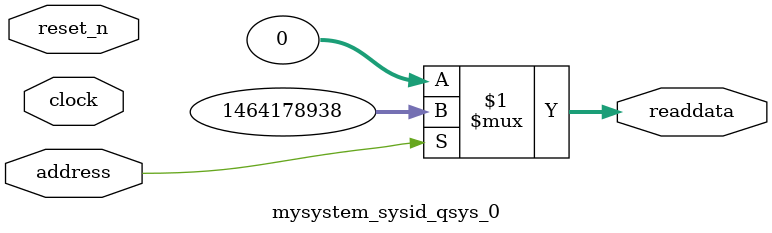
<source format=v>

`timescale 1ns / 1ps
// synthesis translate_on

// turn off superfluous verilog processor warnings 
// altera message_level Level1 
// altera message_off 10034 10035 10036 10037 10230 10240 10030 

module mysystem_sysid_qsys_0 (
               // inputs:
                address,
                clock,
                reset_n,

               // outputs:
                readdata
             )
;

  output  [ 31: 0] readdata;
  input            address;
  input            clock;
  input            reset_n;

  wire    [ 31: 0] readdata;
  //control_slave, which is an e_avalon_slave
  assign readdata = address ? 1464178938 : 0;

endmodule




</source>
